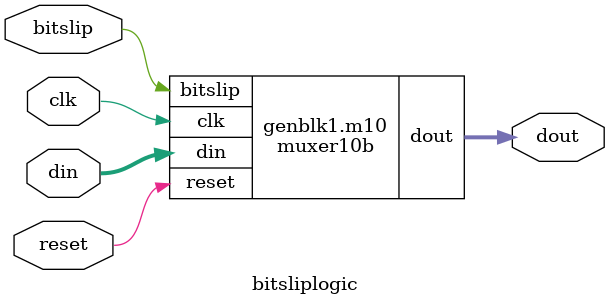
<source format=v>
module muxer12b
(
    input  wire        reset,   // Reset line
    input  wire        clk,     // Global clock
    input  wire        bitslip, // Bitslip control line
    input  wire [11:0] din,     // Input from LVDS receiver pin
    output wire [11:0] dout     // Output data
);

reg [11:0] sel;
reg [11:0] last;
reg [11:0] _dout;

assign dout = _dout;

always @ (posedge clk)
begin
    if (reset == 1'b1) begin
        sel   <= 12'b0000000001;
        last  <= 12'b0;
        _dout <= 12'b0;
    end
    else begin
        case(sel)
        12'b000000000001 : _dout <= last;
        12'b000000000010 : _dout <= {last[10:0], din[11]};
        12'b000000000100 : _dout <= {last[9:0],  din[11:10]};
        12'b000000001000 : _dout <= {last[8:0],  din[11:9]};
        12'b000000010000 : _dout <= {last[7:0],  din[11:8]};
        12'b000000100000 : _dout <= {last[6:0],  din[11:7]};
        12'b000001000000 : _dout <= {last[5:0],  din[11:6]};
        12'b000010000000 : _dout <= {last[4:0],  din[11:5]};
        12'b000100000000 : _dout <= {last[3:0],  din[11:4]};
        12'b001000000000 : _dout <= {last[2:0],  din[11:3]};
        12'b010000000000 : _dout <= {last[1:0],  din[11:2]};
        12'b100000000000 : _dout <= {last[0],    din[11:1]};
        default : _dout <= last;
        endcase
        if (bitslip == 1'b1)
        begin
            sel  <= {sel[10:0], sel[11]};
        end
        last <= din;
    end
end
endmodule

module muxer10b
(
    input  wire       reset,   // Reset line
    input  wire       clk,     // Global clock
    input  wire       bitslip, // Bitslip control line
    input  wire [9:0] din,     // Input from LVDS receiver pin
    output wire [9:0] dout     // Output data
);

reg [9:0] sel;
reg [9:0] last;
reg [9:0] _dout;

assign dout = _dout;

always @ (posedge clk)
begin
    if (reset == 1'b1) begin
        sel   <= 10'b0000000001;
        last  <= 10'b0;
        _dout <= 10'b0;
    end
    else begin
        case(sel)
        10'b0000000001 : _dout <= last;
        10'b0000000010 : _dout <= {last[8:0], din[9]};
        10'b0000000100 : _dout <= {last[7:0], din[9:8]};
        10'b0000001000 : _dout <= {last[6:0], din[9:7]};
        10'b0000010000 : _dout <= {last[5:0], din[9:6]};
        10'b0000100000 : _dout <= {last[4:0], din[9:5]};
        10'b0001000000 : _dout <= {last[3:0], din[9:4]};
        10'b0010000000 : _dout <= {last[2:0], din[9:3]};
        10'b0100000000 : _dout <= {last[1:0], din[9:2]};
        10'b1000000000 : _dout <= {last[0],   din[9:1]};
        default : _dout <= last;
        endcase
        if (bitslip == 1'b1)
        begin
            sel  <= {sel[8:0], sel[9]};
        end
        last <= din;
    end
end
endmodule

module muxer8b
(
    input  wire       reset,   // Reset line
    input  wire       clk,     // Global clock
    input  wire       bitslip, // Bitslip control line
    input  wire [7:0] din,     // Input from LVDS receiver pin
    output wire [7:0] dout     // Output data
);

reg [7:0] sel;
reg [7:0] last;
reg [7:0] _dout;

assign dout = _dout;

always @ (posedge clk)
begin
    if (reset == 1'b1) begin
        sel   <= 8'b00000001;
        last  <= 8'b0;
        _dout <= 8'b0;
    end
    else begin
        case(sel)
        8'b00000001 : _dout <= last;
        8'b00000010 : _dout <= {last[6:0], din[7]};
        8'b00000100 : _dout <= {last[5:0], din[7:6]};
        8'b00001000 : _dout <= {last[4:0], din[7:5]};
        8'b00010000 : _dout <= {last[3:0], din[7:4]};
        8'b00100000 : _dout <= {last[2:0], din[7:3]};
        8'b01000000 : _dout <= {last[1:0], din[7:2]};
        8'b10000000 : _dout <= {last[0],   din[7:1]};
        default : _dout = last;
        endcase
        if (bitslip == 1'b1)
        begin
            sel <= {sel[6:0], sel[7]};
        end
        last <= din;
    end
end
endmodule

module muxer4b
(
    input  wire       reset,   // Reset line
    input  wire       clk,     // Global clock
    input  wire       bitslip, // Bitslip control line
    input  wire [3:0] din,     // Input from LVDS receiver pin
    output wire [3:0] dout     // Output data
);

reg [3:0] sel;
reg [3:0] last;
reg [3:0] _dout;

assign dout = _dout;

always @ (posedge clk)
begin
    if (reset == 1'b1) begin
        sel   <= 4'b0001;
        last  <= 4'b0;
        _dout <= 4'b0;
    end
    else begin
        case(sel)
        4'b0001 : _dout <= last;
        4'b0010 : _dout <= {last[2:0], din[3]};
        4'b0100 : _dout <= {last[1:0], din[3:2]};
        4'b1000 : _dout <= {last[0],   din[3:1]};
        default : _dout = last;
        endcase
        if (bitslip == 1'b1)
        begin
            sel <= {sel[2:0], sel[3]};
        end
        last <= din;
    end
end
endmodule


module bitsliplogic # (
    parameter DATAWIDTH = 10
)
(
    input  wire                 reset,   // Reset line
    input  wire                 clk,     // Global clock
    input  wire                 bitslip, // Bitslip control line
    input  wire [DATAWIDTH-1:0] din,     // Input from LVDS receiver pin
    output wire [DATAWIDTH-1:0] dout     // Output data
);

generate
case(DATAWIDTH)
12: muxer12b m12(.reset(reset), .clk(clk), .bitslip(bitslip), .din(din), .dout(dout));
10: muxer10b m10(.reset(reset), .clk(clk), .bitslip(bitslip), .din(din), .dout(dout));
8: muxer8b m8(.reset(reset), .clk(clk), .bitslip(bitslip), .din(din), .dout(dout));
4: muxer4b m4(.reset(reset), .clk(clk), .bitslip(bitslip), .din(din), .dout(dout));
default: assign dout = din;
endcase
endgenerate
endmodule

</source>
